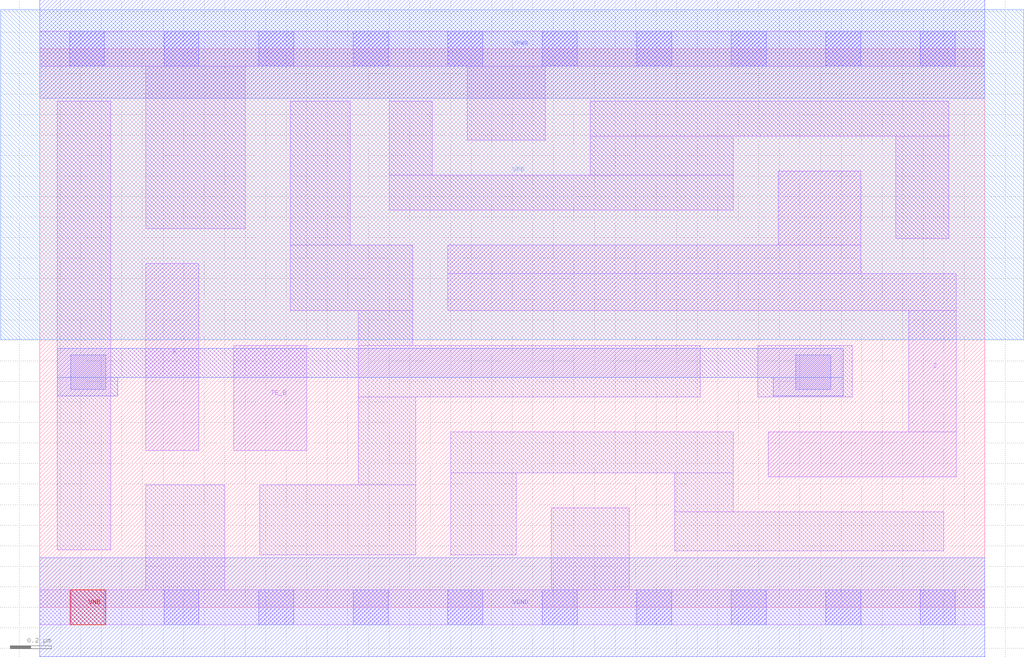
<source format=lef>
# Copyright 2020 The SkyWater PDK Authors
#
# Licensed under the Apache License, Version 2.0 (the "License");
# you may not use this file except in compliance with the License.
# You may obtain a copy of the License at
#
#     https://www.apache.org/licenses/LICENSE-2.0
#
# Unless required by applicable law or agreed to in writing, software
# distributed under the License is distributed on an "AS IS" BASIS,
# WITHOUT WARRANTIES OR CONDITIONS OF ANY KIND, either express or implied.
# See the License for the specific language governing permissions and
# limitations under the License.
#
# SPDX-License-Identifier: Apache-2.0

VERSION 5.7 ;
  NOWIREEXTENSIONATPIN ON ;
  DIVIDERCHAR "/" ;
  BUSBITCHARS "[]" ;
PROPERTYDEFINITIONS
  MACRO maskLayoutSubType STRING ;
  MACRO prCellType STRING ;
  MACRO originalViewName STRING ;
END PROPERTYDEFINITIONS
MACRO sky130_fd_sc_hdll__ebufn_2
  CLASS CORE ;
  FOREIGN sky130_fd_sc_hdll__ebufn_2 ;
  ORIGIN  0.000000  0.000000 ;
  SIZE  4.600000 BY  2.720000 ;
  SYMMETRY X Y R90 ;
  SITE unithd ;
  PIN A
    ANTENNAGATEAREA  0.178200 ;
    DIRECTION INPUT ;
    USE SIGNAL ;
    PORT
      LAYER li1 ;
        RECT 0.515000 0.765000 0.775000 1.675000 ;
    END
  END A
  PIN TE_B
    ANTENNAGATEAREA  0.516600 ;
    DIRECTION INPUT ;
    USE SIGNAL ;
    PORT
      LAYER li1 ;
        RECT 0.945000 0.765000 1.300000 1.275000 ;
    END
  END TE_B
  PIN VGND
    ANTENNADIFFAREA  0.354000 ;
    DIRECTION INOUT ;
    USE SIGNAL ;
    PORT
      LAYER met1 ;
        RECT 0.000000 -0.240000 4.600000 0.240000 ;
    END
  END VGND
  PIN VNB
    PORT
      LAYER pwell ;
        RECT 0.150000 -0.085000 0.320000 0.085000 ;
    END
  END VNB
  PIN VPB
    PORT
      LAYER nwell ;
        RECT -0.190000 1.305000 4.790000 2.910000 ;
    END
  END VPB
  PIN VPWR
    ANTENNADIFFAREA  0.525400 ;
    DIRECTION INOUT ;
    USE SIGNAL ;
    PORT
      LAYER met1 ;
        RECT 0.000000 2.480000 4.600000 2.960000 ;
    END
  END VPWR
  PIN Z
    ANTENNADIFFAREA  0.530500 ;
    DIRECTION OUTPUT ;
    USE SIGNAL ;
    PORT
      LAYER li1 ;
        RECT 1.985000 1.445000 4.460000 1.625000 ;
        RECT 1.985000 1.625000 3.995000 1.765000 ;
        RECT 3.545000 0.635000 4.460000 0.855000 ;
        RECT 3.595000 1.765000 3.995000 2.125000 ;
        RECT 4.230000 0.855000 4.460000 1.445000 ;
    END
  END Z
  OBS
    LAYER li1 ;
      RECT 0.000000 -0.085000 4.600000 0.085000 ;
      RECT 0.000000  2.635000 4.600000 2.805000 ;
      RECT 0.085000  0.280000 0.345000 2.465000 ;
      RECT 0.515000  0.085000 0.900000 0.595000 ;
      RECT 0.515000  1.845000 1.000000 2.635000 ;
      RECT 1.070000  0.255000 1.830000 0.595000 ;
      RECT 1.220000  1.445000 1.815000 1.765000 ;
      RECT 1.220000  1.765000 1.510000 2.465000 ;
      RECT 1.550000  0.595000 1.830000 1.025000 ;
      RECT 1.550000  1.025000 3.215000 1.275000 ;
      RECT 1.550000  1.275000 1.815000 1.445000 ;
      RECT 1.700000  1.935000 3.375000 2.105000 ;
      RECT 1.700000  2.105000 1.910000 2.465000 ;
      RECT 2.000000  0.255000 2.320000 0.655000 ;
      RECT 2.000000  0.655000 3.375000 0.855000 ;
      RECT 2.080000  2.275000 2.460000 2.635000 ;
      RECT 2.490000  0.085000 2.870000 0.485000 ;
      RECT 2.680000  2.105000 3.375000 2.295000 ;
      RECT 2.680000  2.295000 4.425000 2.465000 ;
      RECT 3.090000  0.275000 4.400000 0.465000 ;
      RECT 3.090000  0.465000 3.375000 0.655000 ;
      RECT 3.495000  1.025000 3.955000 1.275000 ;
      RECT 4.165000  1.795000 4.425000 2.295000 ;
    LAYER mcon ;
      RECT 0.145000 -0.085000 0.315000 0.085000 ;
      RECT 0.145000  2.635000 0.315000 2.805000 ;
      RECT 0.150000  1.060000 0.320000 1.230000 ;
      RECT 0.605000 -0.085000 0.775000 0.085000 ;
      RECT 0.605000  2.635000 0.775000 2.805000 ;
      RECT 1.065000 -0.085000 1.235000 0.085000 ;
      RECT 1.065000  2.635000 1.235000 2.805000 ;
      RECT 1.525000 -0.085000 1.695000 0.085000 ;
      RECT 1.525000  2.635000 1.695000 2.805000 ;
      RECT 1.985000 -0.085000 2.155000 0.085000 ;
      RECT 1.985000  2.635000 2.155000 2.805000 ;
      RECT 2.445000 -0.085000 2.615000 0.085000 ;
      RECT 2.445000  2.635000 2.615000 2.805000 ;
      RECT 2.905000 -0.085000 3.075000 0.085000 ;
      RECT 2.905000  2.635000 3.075000 2.805000 ;
      RECT 3.365000 -0.085000 3.535000 0.085000 ;
      RECT 3.365000  2.635000 3.535000 2.805000 ;
      RECT 3.680000  1.060000 3.850000 1.230000 ;
      RECT 3.825000 -0.085000 3.995000 0.085000 ;
      RECT 3.825000  2.635000 3.995000 2.805000 ;
      RECT 4.285000 -0.085000 4.455000 0.085000 ;
      RECT 4.285000  2.635000 4.455000 2.805000 ;
    LAYER met1 ;
      RECT 0.085000 1.030000 0.380000 1.120000 ;
      RECT 0.085000 1.120000 3.910000 1.260000 ;
      RECT 3.570000 1.030000 3.910000 1.120000 ;
  END
  PROPERTY maskLayoutSubType "abstract" ;
  PROPERTY prCellType "standard" ;
  PROPERTY originalViewName "layout" ;
END sky130_fd_sc_hdll__ebufn_2
END LIBRARY

</source>
